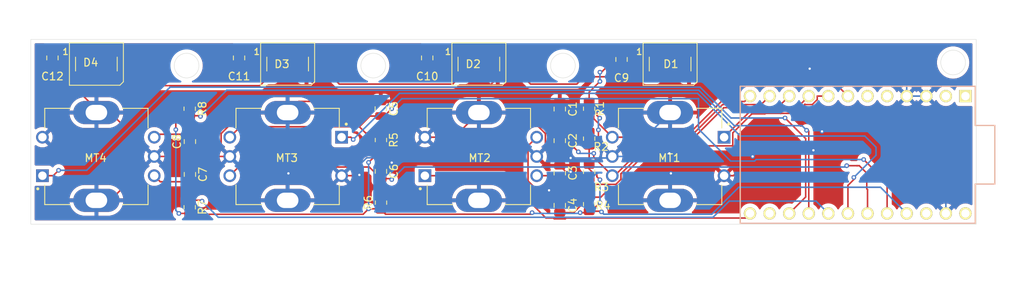
<source format=kicad_pcb>
(kicad_pcb (version 20241229) (generator "pcbnew") (generator_version "9.0")
  (layers (0 "F.Cu" signal) (2 "B.Cu" signal) (13 "F.Paste" user) (15 "B.Paste" user) (5 "F.SilkS" user "F.Silkscreen") (7 "B.SilkS" user "B.Silkscreen") (1 "F.Mask" user) (3 "B.Mask" user) (25 "Edge.Cuts" user))
  (net 0 "")
  (net 7 "A1")
  (net 8 "GND")
  (net 9 "B1")
  (net 10 "A2")
  (net 11 "B2")
  (net 12 "A3")
  (net 13 "B3")
  (net 14 "A4")
  (net 15 "B4")
  (net 16 "SW1")
  (net 17 "SW2")
  (net 18 "SW3")
  (net 19 "SW4")
  (net 20 "+5V")
  (net 22 "Net-(D1-DOUT)")
  (net 23 "RGB_IN")
  (net 24 "Net-(D2-DOUT)")
  (net 25 "Net-(D3-DOUT)")
  (footprint "Capacitor_SMD:C_0805_2012Metric" (layer "F.Cu") (at 88.43 87.333333 -90)
    (property "Reference" "C7" (at 0 -1.68 90) (layer "F.SilkS"))
    (property "Value" ".01uF")
    (pad "1" smd roundrect (at -0.95 0 270) (size 1 1.45) (layers "F.Cu" "F.Mask" "F.Paste") (net 8 "GND"))
    (pad "2" smd roundrect (at 0.95 0 270) (size 1 1.45) (layers "F.Cu" "F.Mask" "F.Paste") (net 14 "A4"))
  )
  (footprint "Capacitor_SMD:C_0805_2012Metric" (layer "F.Cu") (at 113.18 78.8 -90)
    (property "Reference" "C5" (at 0 -1.68 90) (layer "F.SilkS"))
    (property "Value" ".01uF")
    (pad "1" smd roundrect (at -0.95 0 270) (size 1 1.45) (layers "F.Cu" "F.Mask" "F.Paste") (net 8 "GND"))
    (pad "2" smd roundrect (at 0.95 0 270) (size 1 1.45) (layers "F.Cu" "F.Mask" "F.Paste") (net 12 "A3"))
  )
  (footprint "Capacitor_SMD:C_0805_2012Metric" (layer "F.Cu") (at 136.391667 87.15 -90)
    (property "Reference" "C3" (at 0 -1.68 90) (layer "F.SilkS"))
    (property "Value" ".01uF")
    (pad "1" smd roundrect (at -0.95 0 270) (size 1 1.45) (layers "F.Cu" "F.Mask" "F.Paste") (net 8 "GND"))
    (pad "2" smd roundrect (at 0.95 0 270) (size 1 1.45) (layers "F.Cu" "F.Mask" "F.Paste") (net 10 "A2"))
  )
  (footprint "Resistor_SMD:R_0805_2012Metric" (layer "F.Cu") (at 113.2 82.866667 -90)
    (property "Reference" "R5" (at 0 -1.65 90) (layer "F.SilkS"))
    (property "Value" "10k")
    (pad "1" smd roundrect (at -0.9125 0 270) (size 1.025 1.4) (layers "F.Cu" "F.Mask" "F.Paste") (roundrect_rratio 0.243902) (net 12 "A3"))
    (pad "2" smd roundrect (at 0.9125 0 270) (size 1.025 1.4) (layers "F.Cu" "F.Mask" "F.Paste") (roundrect_rratio 0.243902) (net 20 "+5V"))
  )
  (footprint "Capacitor_SMD:C_0805_2012Metric" (layer "F.Cu") (at 113.2 86.933333 -90)
    (property "Reference" "C6" (at 0 -1.68 90) (layer "F.SilkS"))
    (property "Value" ".01uF")
    (pad "1" smd roundrect (at -0.95 0 270) (size 1 1.45) (layers "F.Cu" "F.Mask" "F.Paste") (net 8 "GND"))
    (pad "2" smd roundrect (at 0.95 0 270) (size 1 1.45) (layers "F.Cu" "F.Mask" "F.Paste") (net 13 "B3"))
  )
  (footprint "Capacitor_SMD:C_0805_2012Metric" (layer "F.Cu") (at 88.43 83.066667 90)
    (property "Reference" "C8" (at 0 -1.68 90) (layer "F.SilkS"))
    (property "Value" ".01uF")
    (pad "1" smd roundrect (at -0.95 0 90) (size 1 1.45) (layers "F.Cu" "F.Mask" "F.Paste") (net 8 "GND"))
    (pad "2" smd roundrect (at 0.95 0 90) (size 1 1.45) (layers "F.Cu" "F.Mask" "F.Paste") (net 15 "B4"))
  )
  (footprint "PEC11R_4215F_S0024:XDCR_PEC11R-4215F-S0024" (layer "F.Cu") (at 150.7 85 -90)
    (property "Reference" "MT1" (at 0.2 0.1 180) (layer "F.SilkS"))
    (property "Value" "PEC11R-4215F-S0024")
    (pad "1" thru_hole rect (at -2.5 -7 270) (size 1.65 1.65) (drill 1.1) (layers "*.Cu" "*.Mask") (net 16 "SW1"))
    (pad "2" thru_hole circle (at 2.5 -7 270) (size 1.65 1.65) (drill 1.1) (layers "*.Cu" "*.Mask") (net 8 "GND"))
    (pad "A" thru_hole circle (at -2.5 7.5 270) (size 1.65 1.65) (drill 1.1) (layers "*.Cu" "*.Mask") (net 7 "A1"))
    (pad "B" thru_hole circle (at 2.5 7.5 270) (size 1.65 1.65) (drill 1.1) (layers "*.Cu" "*.Mask") (net 9 "B1"))
    (pad "COM" thru_hole circle (at 0 7.5 270) (size 1.65 1.65) (drill 1.1) (layers "*.Cu" "*.Mask") (net 8 "GND"))
    (pad "S1" thru_hole oval (at -5.7 0 270) (size 3 6) (drill oval 2 2.8) (layers "*.Cu" "*.Mask") (net 8 "GND"))
    (pad "S2" thru_hole oval (at 5.7 0 270) (size 3 6) (drill oval 2 2.8) (layers "*.Cu" "*.Mask") (net 8 "GND"))
  )
  (footprint "PEC11R_4215F_S0024:XDCR_PEC11R-4215F-S0024" (layer "F.Cu") (at 101.1 85 -90)
    (property "Reference" "MT3" (at 0.2 0.1 180) (layer "F.SilkS"))
    (property "Value" "PEC11R-4215F-S0024")
    (pad "1" thru_hole rect (at -2.5 -7 270) (size 1.65 1.65) (drill 1.1) (layers "*.Cu" "*.Mask") (net 18 "SW3"))
    (pad "2" thru_hole circle (at 2.5 -7 270) (size 1.65 1.65) (drill 1.1) (layers "*.Cu" "*.Mask") (net 8 "GND"))
    (pad "A" thru_hole circle (at -2.5 7.5 270) (size 1.65 1.65) (drill 1.1) (layers "*.Cu" "*.Mask") (net 12 "A3"))
    (pad "B" thru_hole circle (at 2.5 7.5 270) (size 1.65 1.65) (drill 1.1) (layers "*.Cu" "*.Mask") (net 13 "B3"))
    (pad "COM" thru_hole circle (at 0 7.5 270) (size 1.65 1.65) (drill 1.1) (layers "*.Cu" "*.Mask") (net 8 "GND"))
    (pad "S1" thru_hole oval (at -5.7 0 270) (size 3 6) (drill oval 2 2.8) (layers "*.Cu" "*.Mask") (net 8 "GND"))
    (pad "S2" thru_hole oval (at 5.7 0 270) (size 3 6) (drill oval 2 2.8) (layers "*.Cu" "*.Mask") (net 8 "GND"))
  )
  (footprint "Capacitor_SMD:C_0805_2012Metric" (layer "F.Cu") (at 136.391667 78.841667 -90)
    (property "Reference" "C1" (at 0 -1.68 90) (layer "F.SilkS"))
    (property "Value" ".01uF")
    (pad "1" smd roundrect (at -0.95 0 270) (size 1 1.45) (layers "F.Cu" "F.Mask" "F.Paste") (net 8 "GND"))
    (pad "2" smd roundrect (at 0.95 0 270) (size 1 1.45) (layers "F.Cu" "F.Mask" "F.Paste") (net 7 "A1"))
  )
  (footprint "Capacitor_SMD:C_0805_2012Metric" (layer "F.Cu") (at 136.391667 82.95 -90)
    (property "Reference" "C2" (at 0 -1.68 90) (layer "F.SilkS"))
    (property "Value" ".01uF")
    (pad "1" smd roundrect (at -0.95 0 270) (size 1 1.45) (layers "F.Cu" "F.Mask" "F.Paste") (net 8 "GND"))
    (pad "2" smd roundrect (at 0.95 0 270) (size 1 1.45) (layers "F.Cu" "F.Mask" "F.Paste") (net 9 "B1"))
  )
  (footprint "Capacitor_SMD:C_0805_2012Metric" (layer "F.Cu") (at 94.8 72.2 -90)
    (property "Reference" "C11" (at 2.4 0 180) (layer "F.SilkS"))
    (property "Value" ".01uF")
    (pad "1" smd roundrect (at -0.95 0 270) (size 1 1.45) (layers "F.Cu" "F.Mask" "F.Paste") (net 20 "+5V"))
    (pad "2" smd roundrect (at 0.95 0 270) (size 1 1.45) (layers "F.Cu" "F.Mask" "F.Paste") (net 8 "GND"))
  )
  (footprint "ProMicroKiCad-master:ProMicro" (layer "F.Cu") (at 175.03 84.78 180)
    (property "Reference" "U1" (hide yes))
    (property "Value" "ProMicro")
    (pad "1" thru_hole rect (at -13.97 7.62 180) (size 1.6 1.6) (drill 1.1) (layers "*.Cu" "*.Mask" "F.SilkS"))
    (pad "2" thru_hole circle (at -11.43 7.62 180) (size 1.6 1.6) (drill 1.1) (layers "*.Cu" "*.Mask" "F.SilkS"))
    (pad "3" thru_hole circle (at -8.89 7.62 180) (size 1.6 1.6) (drill 1.1) (layers "*.Cu" "*.Mask" "F.SilkS") (net 8 "GND"))
    (pad "4" thru_hole circle (at -6.35 7.62 180) (size 1.6 1.6) (drill 1.1) (layers "*.Cu" "*.Mask" "F.SilkS") (net 8 "GND"))
    (pad "5" thru_hole circle (at -3.81 7.62 180) (size 1.6 1.6) (drill 1.1) (layers "*.Cu" "*.Mask" "F.SilkS"))
    (pad "6" thru_hole circle (at -1.27 7.62 180) (size 1.6 1.6) (drill 1.1) (layers "*.Cu" "*.Mask" "F.SilkS"))
    (pad "7" thru_hole circle (at 1.27 7.62 180) (size 1.6 1.6) (drill 1.1) (layers "*.Cu" "*.Mask" "F.SilkS") (net 23 "RGB_IN"))
    (pad "8" thru_hole circle (at 3.81 7.62 180) (size 1.6 1.6) (drill 1.1) (layers "*.Cu" "*.Mask" "F.SilkS") (net 11 "B2"))
    (pad "9" thru_hole circle (at 6.35 7.62 180) (size 1.6 1.6) (drill 1.1) (layers "*.Cu" "*.Mask" "F.SilkS") (net 16 "SW1"))
    (pad "10" thru_hole circle (at 8.89 7.62 180) (size 1.6 1.6) (drill 1.1) (layers "*.Cu" "*.Mask" "F.SilkS") (net 10 "A2"))
    (pad "11" thru_hole circle (at 11.43 7.62 180) (size 1.6 1.6) (drill 1.1) (layers "*.Cu" "*.Mask" "F.SilkS") (net 9 "B1"))
    (pad "12" thru_hole circle (at 13.97 7.62 180) (size 1.6 1.6) (drill 1.1) (layers "*.Cu" "*.Mask" "F.SilkS") (net 7 "A1"))
    (pad "13" thru_hole circle (at 13.97 -7.62 180) (size 1.6 1.6) (drill 1.1) (layers "*.Cu" "*.Mask" "F.SilkS") (net 17 "SW2"))
    (pad "14" thru_hole circle (at 11.43 -7.62 180) (size 1.6 1.6) (drill 1.1) (layers "*.Cu" "*.Mask" "F.SilkS"))
    (pad "15" thru_hole circle (at 8.89 -7.62 180) (size 1.6 1.6) (drill 1.1) (layers "*.Cu" "*.Mask" "F.SilkS") (net 19 "SW4"))
    (pad "16" thru_hole circle (at 6.35 -7.62 180) (size 1.6 1.6) (drill 1.1) (layers "*.Cu" "*.Mask" "F.SilkS") (net 15 "B4"))
    (pad "17" thru_hole circle (at 3.81 -7.62 180) (size 1.6 1.6) (drill 1.1) (layers "*.Cu" "*.Mask" "F.SilkS") (net 14 "A4"))
    (pad "18" thru_hole circle (at 1.27 -7.62 180) (size 1.6 1.6) (drill 1.1) (layers "*.Cu" "*.Mask" "F.SilkS") (net 18 "SW3"))
    (pad "19" thru_hole circle (at -1.27 -7.62 180) (size 1.6 1.6) (drill 1.1) (layers "*.Cu" "*.Mask" "F.SilkS") (net 13 "B3"))
    (pad "20" thru_hole circle (at -3.81 -7.62 180) (size 1.6 1.6) (drill 1.1) (layers "*.Cu" "*.Mask" "F.SilkS") (net 12 "A3"))
    (pad "21" thru_hole circle (at -6.35 -7.62 180) (size 1.6 1.6) (drill 1.1) (layers "*.Cu" "*.Mask" "F.SilkS") (net 20 "+5V"))
    (pad "22" thru_hole circle (at -8.89 -7.62 180) (size 1.6 1.6) (drill 1.1) (layers "*.Cu" "*.Mask" "F.SilkS"))
    (pad "23" thru_hole circle (at -11.43 -7.62 180) (size 1.6 1.6) (drill 1.1) (layers "*.Cu" "*.Mask" "F.SilkS") (net 8 "GND"))
    (pad "24" thru_hole circle (at -13.97 -7.62 180) (size 1.6 1.6) (drill 1.1) (layers "*.Cu" "*.Mask" "F.SilkS"))
  )
  (footprint "Resistor_SMD:R_0805_2012Metric" (layer "F.Cu") (at 113.21 91 90)
    (property "Reference" "R6" (at 0 -1.65 90) (layer "F.SilkS"))
    (property "Value" "10k")
    (pad "1" smd roundrect (at -0.9125 0 90) (size 1.025 1.4) (layers "F.Cu" "F.Mask" "F.Paste") (roundrect_rratio 0.243902) (net 20 "+5V"))
    (pad "2" smd roundrect (at 0.9125 0 90) (size 1.025 1.4) (layers "F.Cu" "F.Mask" "F.Paste") (roundrect_rratio 0.243902) (net 13 "B3"))
  )
  (footprint "Capacitor_SMD:C_0805_2012Metric" (layer "F.Cu") (at 70.6 72.2 -90)
    (property "Reference" "C12" (at 2.4 0 180) (layer "F.SilkS"))
    (property "Value" ".01uF")
    (pad "1" smd roundrect (at -0.95 0 270) (size 1 1.45) (layers "F.Cu" "F.Mask" "F.Paste") (net 20 "+5V"))
    (pad "2" smd roundrect (at 0.95 0 270) (size 1 1.45) (layers "F.Cu" "F.Mask" "F.Paste") (net 8 "GND"))
  )
  (footprint "Capacitor_SMD:C_0805_2012Metric" (layer "F.Cu") (at 119.2 72.2 -90)
    (property "Reference" "C10" (at 2.4 0 180) (layer "F.SilkS"))
    (property "Value" ".01uF")
    (pad "1" smd roundrect (at -0.95 0 270) (size 1 1.45) (layers "F.Cu" "F.Mask" "F.Paste") (net 20 "+5V"))
    (pad "2" smd roundrect (at 0.95 0 270) (size 1 1.45) (layers "F.Cu" "F.Mask" "F.Paste") (net 8 "GND"))
  )
  (footprint "LED_SMD:LED_WS2812B_PLCC4_5.0x5.0mm_P3.2mm" (layer "F.Cu") (at 150.7 73)
    (property "Reference" "D1" (at 0.1 0 0) (layer "F.SilkS"))
    (property "Value" "WS2812B")
    (fp_text user "1" (at -4 -1.6 0) (layer "F.SilkS") (effects (font (size 0.8 0.8))))
    (pad "1" smd roundrect (at -2.45 -1.65) (size 1.5 0.9) (layers "F.Cu" "F.Mask" "F.Paste") (roundrect_rratio 0.1) (net 20 "+5V"))
    (pad "2" smd roundrect (at -2.45 1.65) (size 1.5 0.9) (layers "F.Cu" "F.Mask" "F.Paste") (roundrect_rratio 0.1) (net 22 "Net-(D1-DOUT)"))
    (pad "3" smd roundrect (at 2.45 1.65) (size 1.5 0.9) (layers "F.Cu" "F.Mask" "F.Paste") (roundrect_rratio 0.1) (net 8 "GND"))
    (pad "4" smd roundrect (at 2.45 -1.65) (size 1.5 0.9) (layers "F.Cu" "F.Mask" "F.Paste") (roundrect_rratio 0.1) (net 23 "RGB_IN"))
  )
  (footprint "Resistor_SMD:R_0805_2012Metric" (layer "F.Cu") (at 140.2 87 90)
    (property "Reference" "R3" (at -2 1.6 180) (layer "F.SilkS"))
    (property "Value" "10k")
    (pad "1" smd roundrect (at -0.9125 0 90) (size 1.025 1.4) (layers "F.Cu" "F.Mask" "F.Paste") (roundrect_rratio 0.243902) (net 10 "A2"))
    (pad "2" smd roundrect (at 0.9125 0 90) (size 1.025 1.4) (layers "F.Cu" "F.Mask" "F.Paste") (roundrect_rratio 0.243902) (net 20 "+5V"))
  )
  (footprint "Capacitor_SMD:C_0805_2012Metric" (layer "F.Cu") (at 144.4 72.4 -90)
    (property "Reference" "C9" (at 2.4 0 180) (layer "F.SilkS"))
    (property "Value" ".01uF")
    (pad "1" smd roundrect (at -0.95 0 270) (size 1 1.45) (layers "F.Cu" "F.Mask" "F.Paste") (net 20 "+5V"))
    (pad "2" smd roundrect (at 0.95 0 270) (size 1 1.45) (layers "F.Cu" "F.Mask" "F.Paste") (net 8 "GND"))
  )
  (footprint "LED_SMD:LED_WS2812B_PLCC4_5.0x5.0mm_P3.2mm" (layer "F.Cu") (at 125.9 73)
    (property "Reference" "D2" (at -0.738095 0 0) (layer "F.SilkS"))
    (property "Value" "WS2812B")
    (fp_text user "1" (at -4 -1.6 0) (layer "F.SilkS") (effects (font (size 0.8 0.8))))
    (pad "1" smd roundrect (at -2.45 -1.65) (size 1.5 0.9) (layers "F.Cu" "F.Mask" "F.Paste") (roundrect_rratio 0.1) (net 20 "+5V"))
    (pad "2" smd roundrect (at -2.45 1.65) (size 1.5 0.9) (layers "F.Cu" "F.Mask" "F.Paste") (roundrect_rratio 0.1) (net 24 "Net-(D2-DOUT)"))
    (pad "3" smd roundrect (at 2.45 1.65) (size 1.5 0.9) (layers "F.Cu" "F.Mask" "F.Paste") (roundrect_rratio 0.1) (net 8 "GND"))
    (pad "4" smd roundrect (at 2.45 -1.65) (size 1.5 0.9) (layers "F.Cu" "F.Mask" "F.Paste") (roundrect_rratio 0.1) (net 22 "Net-(D1-DOUT)"))
  )
  (footprint "LED_SMD:LED_WS2812B_PLCC4_5.0x5.0mm_P3.2mm" (layer "F.Cu") (at 76.3 73)
    (property "Reference" "D4" (at -0.738095 -0.2 0) (layer "F.SilkS"))
    (property "Value" "WS2812B")
    (fp_text user "1" (at -4 -1.6 0) (layer "F.SilkS") (effects (font (size 0.8 0.8))))
    (pad "1" smd roundrect (at -2.45 -1.65) (size 1.5 0.9) (layers "F.Cu" "F.Mask" "F.Paste") (roundrect_rratio 0.1) (net 20 "+5V"))
    (pad "2" smd roundrect (at -2.45 1.65) (size 1.5 0.9) (layers "F.Cu" "F.Mask" "F.Paste") (roundrect_rratio 0.1))
    (pad "3" smd roundrect (at 2.45 1.65) (size 1.5 0.9) (layers "F.Cu" "F.Mask" "F.Paste") (roundrect_rratio 0.1) (net 8 "GND"))
    (pad "4" smd roundrect (at 2.45 -1.65) (size 1.5 0.9) (layers "F.Cu" "F.Mask" "F.Paste") (roundrect_rratio 0.1) (net 25 "Net-(D3-DOUT)"))
  )
  (footprint "Resistor_SMD:R_0805_2012Metric" (layer "F.Cu") (at 140.2 82.6875 90)
    (property "Reference" "R2" (at -1.056705 1.540084 180) (layer "F.SilkS"))
    (property "Value" "10k")
    (pad "1" smd roundrect (at -0.9125 0 90) (size 1.025 1.4) (layers "F.Cu" "F.Mask" "F.Paste") (roundrect_rratio 0.243902) (net 20 "+5V"))
    (pad "2" smd roundrect (at 0.9125 0 90) (size 1.025 1.4) (layers "F.Cu" "F.Mask" "F.Paste") (roundrect_rratio 0.243902) (net 9 "B1"))
  )
  (footprint "Resistor_SMD:R_0805_2012Metric" (layer "F.Cu") (at 140.2 78.8 90)
    (property "Reference" "R1" (at 0 1.4 90) (layer "F.SilkS"))
    (property "Value" "10k")
    (pad "1" smd roundrect (at -0.9125 0 90) (size 1.025 1.4) (layers "F.Cu" "F.Mask" "F.Paste") (roundrect_rratio 0.243902) (net 7 "A1"))
    (pad "2" smd roundrect (at 0.9125 0 90) (size 1.025 1.4) (layers "F.Cu" "F.Mask" "F.Paste") (roundrect_rratio 0.243902) (net 20 "+5V"))
  )
  (footprint "Resistor_SMD:R_0805_2012Metric" (layer "F.Cu") (at 88.4 78.8 -90)
    (property "Reference" "R8" (at 0 -1.65 90) (layer "F.SilkS"))
    (property "Value" "10k")
    (pad "1" smd roundrect (at -0.9125 0 270) (size 1.025 1.4) (layers "F.Cu" "F.Mask" "F.Paste") (roundrect_rratio 0.243902) (net 20 "+5V"))
    (pad "2" smd roundrect (at 0.9125 0 270) (size 1.025 1.4) (layers "F.Cu" "F.Mask" "F.Paste") (roundrect_rratio 0.243902) (net 15 "B4"))
  )
  (footprint "PEC11R_4215F_S0024:XDCR_PEC11R-4215F-S0024" (layer "F.Cu") (at 125.9 85 90)
    (property "Reference" "MT2" (at -0.2 0.1 180) (layer "F.SilkS"))
    (property "Value" "PEC11R-4215F-S0024")
    (pad "1" thru_hole rect (at -2.5 -7 90) (size 1.65 1.65) (drill 1.1) (layers "*.Cu" "*.Mask") (net 17 "SW2"))
    (pad "2" thru_hole circle (at 2.5 -7 90) (size 1.65 1.65) (drill 1.1) (layers "*.Cu" "*.Mask") (net 8 "GND"))
    (pad "A" thru_hole circle (at -2.5 7.5 90) (size 1.65 1.65) (drill 1.1) (layers "*.Cu" "*.Mask") (net 10 "A2"))
    (pad "B" thru_hole circle (at 2.5 7.5 90) (size 1.65 1.65) (drill 1.1) (layers "*.Cu" "*.Mask") (net 11 "B2"))
    (pad "COM" thru_hole circle (at 0 7.5 90) (size 1.65 1.65) (drill 1.1) (layers "*.Cu" "*.Mask") (net 8 "GND"))
    (pad "S1" thru_hole oval (at -5.7 0 90) (size 3 6) (drill oval 2 2.8) (layers "*.Cu" "*.Mask") (net 8 "GND"))
    (pad "S2" thru_hole oval (at 5.7 0 90) (size 3 6) (drill oval 2 2.8) (layers "*.Cu" "*.Mask") (net 8 "GND"))
  )
  (footprint "Capacitor_SMD:C_0805_2012Metric" (layer "F.Cu") (at 136.391667 91.35 -90)
    (property "Reference" "C4" (at 0 -1.68 90) (layer "F.SilkS"))
    (property "Value" ".01uF")
    (pad "1" smd roundrect (at -0.95 0 270) (size 1 1.45) (layers "F.Cu" "F.Mask" "F.Paste") (net 8 "GND"))
    (pad "2" smd roundrect (at 0.95 0 270) (size 1 1.45) (layers "F.Cu" "F.Mask" "F.Paste") (net 11 "B2"))
  )
  (footprint "Resistor_SMD:R_0805_2012Metric" (layer "F.Cu") (at 88.4 91.6 -90)
    (property "Reference" "R7" (at 0 -1.65 90) (layer "F.SilkS"))
    (property "Value" "10k")
    (pad "1" smd roundrect (at -0.9125 0 270) (size 1.025 1.4) (layers "F.Cu" "F.Mask" "F.Paste") (roundrect_rratio 0.243902) (net 14 "A4"))
    (pad "2" smd roundrect (at 0.9125 0 270) (size 1.025 1.4) (layers "F.Cu" "F.Mask" "F.Paste") (roundrect_rratio 0.243902) (net 20 "+5V"))
  )
  (footprint "Resistor_SMD:R_0805_2012Metric" (layer "F.Cu") (at 140.2 91.2 90)
    (property "Reference" "R4" (at -0.2 1.8 0) (layer "F.SilkS"))
    (property "Value" "10k")
    (pad "1" smd roundrect (at -0.9125 0 90) (size 1.025 1.4) (layers "F.Cu" "F.Mask" "F.Paste") (roundrect_rratio 0.243902) (net 20 "+5V"))
    (pad "2" smd roundrect (at 0.9125 0 90) (size 1.025 1.4) (layers "F.Cu" "F.Mask" "F.Paste") (roundrect_rratio 0.243902) (net 11 "B2"))
  )
  (footprint "PEC11R_4215F_S0024:XDCR_PEC11R-4215F-S0024" (layer "F.Cu") (at 76.3 85 90)
    (property "Reference" "MT4" (at -0.2 -0.1 180) (layer "F.SilkS"))
    (property "Value" "PEC11R-4215F-S0024")
    (pad "1" thru_hole rect (at -2.5 -7 90) (size 1.65 1.65) (drill 1.1) (layers "*.Cu" "*.Mask") (net 19 "SW4"))
    (pad "2" thru_hole circle (at 2.5 -7 90) (size 1.65 1.65) (drill 1.1) (layers "*.Cu" "*.Mask") (net 8 "GND"))
    (pad "A" thru_hole circle (at -2.5 7.5 90) (size 1.65 1.65) (drill 1.1) (layers "*.Cu" "*.Mask") (net 14 "A4"))
    (pad "B" thru_hole circle (at 2.5 7.5 90) (size 1.65 1.65) (drill 1.1) (layers "*.Cu" "*.Mask") (net 15 "B4"))
    (pad "COM" thru_hole circle (at 0 7.5 90) (size 1.65 1.65) (drill 1.1) (layers "*.Cu" "*.Mask") (net 8 "GND"))
    (pad "S1" thru_hole oval (at -5.7 0 90) (size 3 6) (drill oval 2 2.8) (layers "*.Cu" "*.Mask") (net 8 "GND"))
    (pad "S2" thru_hole oval (at 5.7 0 90) (size 3 6) (drill oval 2 2.8) (layers "*.Cu" "*.Mask") (net 8 "GND"))
  )
  (footprint "LED_SMD:LED_WS2812B_PLCC4_5.0x5.0mm_P3.2mm" (layer "F.Cu") (at 101.1 73)
    (property "Reference" "D3" (at -0.738095 0 0) (layer "F.SilkS"))
    (property "Value" "WS2812B")
    (fp_text user "1" (at -4 -1.6 0) (layer "F.SilkS") (effects (font (size 0.8 0.8))))
    (pad "1" smd roundrect (at -2.45 -1.65) (size 1.5 0.9) (layers "F.Cu" "F.Mask" "F.Paste") (roundrect_rratio 0.1) (net 20 "+5V"))
    (pad "2" smd roundrect (at -2.45 1.65) (size 1.5 0.9) (layers "F.Cu" "F.Mask" "F.Paste") (roundrect_rratio 0.1) (net 25 "Net-(D3-DOUT)"))
    (pad "3" smd roundrect (at 2.45 1.65) (size 1.5 0.9) (layers "F.Cu" "F.Mask" "F.Paste") (roundrect_rratio 0.1) (net 8 "GND"))
    (pad "4" smd roundrect (at 2.45 -1.65) (size 1.5 0.9) (layers "F.Cu" "F.Mask" "F.Paste") (roundrect_rratio 0.1) (net 24 "Net-(D2-DOUT)"))
  )
  (gr_circle (center 112.2 73.2) (end 113.8 73.2) (stroke (width 0.05)) (fill no) (layer "Edge.Cuts"))
  (gr_circle (center 136.8 73.2) (end 138.4 73.2) (stroke (width 0.05)) (fill no) (layer "Edge.Cuts"))
  (gr_circle (center 187.4 72.8) (end 189 72.8) (stroke (width 0.05)) (fill no) (layer "Edge.Cuts"))
  (gr_circle (center 88 73.2) (end 89.6 73.2) (stroke (width 0.05)) (fill no) (layer "Edge.Cuts"))
  (gr_rect (start 67.8 69.8) (end 190.4 93.8) (stroke (width 0.05)) (fill no) (layer "Edge.Cuts"))
  (segment (start 140.4125 79.7125) (end 140.2 79.7125) (width 0.2) (layer "F.Cu") (net 7))
  (segment (start 157.34 77.86) (end 160.36 77.86) (width 0.2) (layer "F.Cu") (net 7))
  (segment (start 143.2 82.5) (end 140.4125 79.7125) (width 0.2) (layer "F.Cu") (net 7))
  (segment (start 152.7 82.5) (end 157.34 77.86) (width 0.2) (layer "F.Cu") (net 7))
  (segment (start 140.2 79.7125) (end 136.470834 79.7125) (width 0.2) (layer "F.Cu") (net 7))
  (segment (start 143.2 82.5) (end 152.7 82.5) (width 0.2) (layer "F.Cu") (net 7))
  (segment (start 160.36 77.86) (end 161.06 77.16) (width 0.2) (layer "F.Cu") (net 7))
  (segment (start 136.470834 79.7125) (end 136.391667 79.791667) (width 0.2) (layer "F.Cu") (net 7))
  (segment (start 134.559595 82) (end 134.526 82.033595) (width 0.2) (layer "F.Cu") (net 8))
  (segment (start 125.9 77.2) (end 125.9 79.3) (width 0.2) (layer "F.Cu") (net 8))
  (segment (start 113.383333 85.8) (end 113.2 85.983333) (width 0.2) (layer "F.Cu") (net 8))
  (segment (start 93.6 85) (end 89.813333 85) (width 0.2) (layer "F.Cu") (net 8))
  (segment (start 102.05 73.15) (end 94.8 73.15) (width 0.2) (layer "F.Cu") (net 8))
  (segment (start 136.391667 77.891667) (end 133.529537 80.753797) (width 0.2) (layer "F.Cu") (net 8))
  (segment (start 136 90.4) (end 135 89.4) (width 0.2) (layer "F.Cu") (net 8))
  (segment (start 134.526 82.033595) (end 134.526 83.874) (width 0.2) (layer "F.Cu") (net 8))
  (segment (start 153.15 74.65) (end 151.85 73.35) (width 0.2) (layer "F.Cu") (net 8))
  (segment (start 137.391667 85.2) (end 136.391667 86.2) (width 0.2) (layer "F.Cu") (net 8))
  (segment (start 83.8 85) (end 87.446667 85) (width 0.2) (layer "F.Cu") (net 8))
  (segment (start 114.6 85.8) (end 115.6 85.8) (width 0.2) (layer "F.Cu") (net 8))
  (segment (start 92.474 82.033595) (end 92.474 83.874) (width 0.2) (layer "F.Cu") (net 8))
  (segment (start 108.1 87.5) (end 104.9 90.7) (width 0.2) (layer "F.Cu") (net 8))
  (segment (start 137.8 85.2) (end 137.391667 85.2) (width 0.2) (layer "F.Cu") (net 8))
  (segment (start 76.3 78.85) (end 76.3 79.3) (width 0.2) (layer "F.Cu") (net 8))
  (segment (start 101.1 90.7) (end 101.1 87.3) (width 0.2) (layer "F.Cu") (net 8))
  (segment (start 104.9 90.7) (end 101.1 90.7) (width 0.2) (layer "F.Cu") (net 8))
  (segment (start 133.246203 80.753797) (end 134.526 82.033595) (width 0.2) (layer "F.Cu") (net 8))
  (segment (start 118.9 82.5) (end 122.7 82.5) (width 0.2) (layer "F.Cu") (net 8))
  (segment (start 114.6 85.8) (end 113.383333 85.8) (width 0.2) (layer "F.Cu") (net 8))
  (segment (start 103.55 74.65) (end 102.05 73.15) (width 0.2) (layer "F.Cu") (net 8))
  (segment (start 170.4 81.748) (end 170.4 83.08) (width 0.2) (layer "F.Cu") (net 8))
  (segment (start 76.3 90.7) (end 78.1 90.7) (width 0.2) (layer "F.Cu") (net 8))
  (segment (start 78.75 74.65) (end 76.3 77.1) (width 0.2) (layer "F.Cu") (net 8))
  (segment (start 135.365667 85.174) (end 135.365667 83.026) (width 0.2) (layer "F.Cu") (net 8))
  (segment (start 122.7 82.5) (end 125.9 79.3) (width 0.2) (layer "F.Cu") (net 8))
  (segment (start 136.391667 86.2) (end 135.365667 85.174) (width 0.2) (layer "F.Cu") (net 8))
  (segment (start 78.1 79.3) (end 83.8 85) (width 0.2) (layer "F.Cu") (net 8))
  (segment (start 128.35 74.75) (end 125.9 77.2) (width 0.2) (layer "F.Cu") (net 8))
  (segment (start 167.75 74.65) (end 168.8 73.6) (width 0.2) (layer "F.Cu") (net 8))
  (segment (start 76.3 77.1) (end 76.3 79.3) (width 0.2) (layer "F.Cu") (net 8))
  (segment (start 137.191667 87) (end 136.391667 86.2) (width 0.2) (layer "F.Cu") (net 8))
  (segment (start 101.1 79.3) (end 95.207595 79.3) (width 0.2) (layer "F.Cu") (net 8))
  (segment (start 153.15 74.65) (end 167.75 74.65) (width 0.2) (layer "F.Cu") (net 8))
  (segment (start 69.3 82.5) (end 72.5 79.3) (width 0.2) (layer "F.Cu") (net 8))
  (segment (start 119.2 73.15) (end 126.85 73.15) (width 0.2) (layer "F.Cu") (net 8))
  (segment (start 102.55 77.85) (end 101.1 79.3) (width 0.2) (layer "F.Cu") (net 8))
  (segment (start 72.5 79.3) (end 76.3 79.3) (width 0.2) (layer "F.Cu") (net 8))
  (segment (start 101.1 87.3) (end 101.2 87.2) (width 0.2) (layer "F.Cu") (net 8))
  (segment (start 78.1 90.7) (end 83.8 85) (width 0.2) (layer "F.Cu") (net 8))
  (segment (start 133.529537 80.753797) (end 133.246203 80.753797) (width 0.2) (layer "F.Cu") (net 8))
  (segment (start 151.85 73.35) (end 144.4 73.35) (width 0.2) (layer "F.Cu") (net 8))
  (segment (start 137.8 87) (end 137.191667 87) (width 0.2) (layer "F.Cu") (net 8))
  (segment (start 92.474 83.874) (end 93.6 85) (width 0.2) (layer "F.Cu") (net 8))
  (segment (start 161.4 85) (end 158.9 87.5) (width 0.2) (layer "F.Cu") (net 8))
  (segment (start 113.18 77.85) (end 102.55 77.85) (width 0.2) (layer "F.Cu") (net 8))
  (segment (start 87.446667 85) (end 88.43 84.016667) (width 0.2) (layer "F.Cu") (net 8))
  (segment (start 125.9 79.3) (end 131.792405 79.3) (width 0.2) (layer "F.Cu") (net 8))
  (segment (start 70.6 73.15) (end 76.3 78.85) (width 0.2) (layer "F.Cu") (net 8))
  (segment (start 150.6 87) (end 150.6 84.6) (width 0.2) (layer "F.Cu") (net 8))
  (segment (start 170.4 83.08) (end 169.28 84.2) (width 0.2) (layer "F.Cu") (net 8))
  (segment (start 135.365667 83.026) (end 136.391667 82) (width 0.2) (layer "F.Cu") (net 8))
  (segment (start 106.75 77.85) (end 113.18 77.85) (width 0.2) (layer "F.Cu") (net 8))
  (segment (start 131.792405 79.3) (end 133.246203 80.753797) (width 0.2) (layer "F.Cu") (net 8))
  (segment (start 128.35 74.65) (end 128.35 74.75) (width 0.2) (layer "F.Cu") (net 8))
  (segment (start 103.55 74.65) (end 106.75 77.85) (width 0.2) (layer "F.Cu") (net 8))
  (segment (start 126.85 73.15) (end 128.35 74.65) (width 0.2) (layer "F.Cu") (net 8))
  (segment (start 88.43 86.383333) (end 88.43 84.016667) (width 0.2) (layer "F.Cu") (net 8))
  (segment (start 89.813333 85) (end 88.43 86.383333) (width 0.2) (layer "F.Cu") (net 8))
  (segment (start 150.8 87.2) (end 150.6 87) (width 0.2) (layer "F.Cu") (net 8))
  (segment (start 108.1 87.5) (end 110.3 87.5) (width 0.2) (layer "F.Cu") (net 8))
  (segment (start 134.526 83.874) (end 133.4 85) (width 0.2) (layer "F.Cu") (net 8))
  (segment (start 158.9 87.5) (end 157.7 87.5) (width 0.2) (layer "F.Cu") (net 8))
  (segment (start 115.6 85.8) (end 118.9 82.5) (width 0.2) (layer "F.Cu") (net 8))
  (segment (start 136.391667 90.4) (end 136 90.4) (width 0.2) (layer "F.Cu") (net 8))
  (segment (start 95.207595 79.3) (end 92.474 82.033595) (width 0.2) (layer "F.Cu") (net 8))
  (segment (start 76.3 79.3) (end 78.1 79.3) (width 0.2) (layer "F.Cu") (net 8))
  (segment (start 136.391667 82) (end 134.559595 82) (width 0.2) (layer "F.Cu") (net 8))
  (segment (start 110.3 87.5) (end 110.4 87.4) (width 0.2) (layer "F.Cu") (net 8))
  (via (at 114.6 85.8) (size 0.6) (drill 0.3) (layers "F.Cu" "B.Cu") (net 8))
  (via (at 101.2 87.2) (size 0.6) (drill 0.3) (layers "F.Cu" "B.Cu") (net 8))
  (via (at 170.4 81.748) (size 0.6) (drill 0.3) (layers "F.Cu" "B.Cu") (net 8))
  (via (at 137.8 85.2) (size 0.6) (drill 0.3) (layers "F.Cu" "B.Cu") (net 8))
  (via (at 150.6 84.6) (size 0.6) (drill 0.3) (layers "F.Cu" "B.Cu") (net 8))
  (via (at 137.8 87) (size 0.6) (drill 0.3) (layers "F.Cu" "B.Cu") (net 8))
  (via (at 110.4 87.4) (size 0.6) (drill 0.3) (layers "F.Cu" "B.Cu") (net 8))
  (via (at 135 89.4) (size 0.6) (drill 0.3) (layers "F.Cu" "B.Cu") (net 8))
  (via (at 168.8 73.6) (size 0.6) (drill 0.3) (layers "F.Cu" "B.Cu") (net 8))
  (via (at 150.8 87.2) (size 0.6) (drill 0.3) (layers "F.Cu" "B.Cu") (net 8))
  (via (at 169.28 84.2) (size 0.6) (drill 0.3) (layers "F.Cu" "B.Cu") (net 8))
  (via (at 161.4 85) (size 0.6) (drill 0.3) (layers "F.Cu" "B.Cu") (net 8))
  (segment (start 133.7 90.7) (end 125.9 90.7) (width 0.2) (layer "B.Cu") (net 8))
  (segment (start 150.7 84.5) (end 150.7 79.3) (width 0.2) (layer "B.Cu") (net 8))
  (segment (start 145 85) (end 150.7 79.3) (width 0.2) (layer "B.Cu") (net 8))
  (segment (start 101.2 87.2) (end 101.1 87.1) (width 0.2) (layer "B.Cu") (net 8))
  (segment (start 110.4 86.124057) (end 111.351057 85.173) (width 0.2) (layer "B.Cu") (net 8))
  (segment (start 181.38 75.18) (end 181.38 77.16) (width 0.2) (layer "B.Cu") (net 8))
  (segment (start 137.8 85.2) (end 143 85.2) (width 0.2) (layer "B.Cu") (net 8))
  (segment (start 111.351057 85.173) (end 113.973 85.173) (width 0.2) (layer "B.Cu") (net 8))
  (segment (start 143.2 85) (end 145 85) (width 0.2) (layer "B.Cu") (net 8))
  (segment (start 154.5 90.7) (end 150.7 90.7) (width 0.2) (layer "B.Cu") (net 8))
  (segment (start 150.7 87.3) (end 150.8 87.2) (width 0.2) (layer "B.Cu") (net 8))
  (segment (start 186.46 92.4) (end 186.46 79.7) (width 0.2) (layer "B.Cu") (net 8))
  (segment (start 143 85.2) (end 143.2 85) (width 0.2) (layer "B.Cu") (net 8))
  (segment (start 168.8 73.6) (end 179.8 73.6) (width 0.2) (layer "B.Cu") (net 8))
  (segment (start 110.4 87.4) (end 110.4 86.124057) (width 0.2) (layer "B.Cu") (net 8))
  (segment (start 176.792 81.748) (end 170.4 81.748) (width 0.2) (layer "B.Cu") (net 8))
  (segment (start 101.1 87.1) (end 101.1 79.3) (width 0.2) (layer "B.Cu") (net 8))
  (segment (start 179.8 73.6) (end 181.38 75.18) (width 0.2) (layer "B.Cu") (net 8))
  (segment (start 150.6 84.6) (end 150.7 84.5) (width 0.2) (layer "B.Cu") (net 8))
  (segment (start 183.92 77.16) (end 181.38 77.16) (width 0.2) (layer "B.Cu") (net 8))
  (segment (start 135 89.4) (end 133.7 90.7) (width 0.2) (layer "B.Cu") (net 8))
  (segment (start 137.4 87) (end 137.8 87) (width 0.2) (layer "B.Cu") (net 8))
  (segment (start 157.7 87.5) (end 154.5 90.7) (width 0.2) (layer "B.Cu") (net 8))
  (segment (start 186.46 79.7) (end 183.92 77.16) (width 0.2) (layer "B.Cu") (net 8))
  (segment (start 113.973 85.173) (end 114.6 85.8) (width 0.2) (layer "B.Cu") (net 8))
  (segment (start 169.28 84.2) (end 162.2 84.2) (width 0.2) (layer "B.Cu") (net 8))
  (segment (start 181.38 77.16) (end 176.792 81.748) (width 0.2) (layer "B.Cu") (net 8))
  (segment (start 150.7 90.7) (end 150.7 87.3) (width 0.2) (layer "B.Cu") (net 8))
  (segment (start 135 89.4) (end 137.4 87) (width 0.2) (layer "B.Cu") (net 8))
  (segment (start 162.2 84.2) (end 161.4 85) (width 0.2) (layer "B.Cu") (net 8))
  (segment (start 157.5061 78.261) (end 162.499 78.261) (width 0.2) (layer "F.Cu") (net 9))
  (segment (start 148.10119 82.901) (end 152.8661 82.901) (width 0.2) (layer "F.Cu") (net 9))
  (segment (start 162.499 78.261) (end 163.6 77.16) (width 0.2) (layer "F.Cu") (net 9))
  (segment (start 138.075 83.9) (end 140.2 81.775) (width 0.2) (layer "F.Cu") (net 9))
  (segment (start 143.2 87.5) (end 143.50219 87.5) (width 0.2) (layer "F.Cu") (net 9))
  (segment (start 136.391667 83.9) (end 138.075 83.9) (width 0.2) (layer "F.Cu") (net 9))
  (segment (start 140.8 85.1) (end 140.8 84.6) (width 0.2) (layer "F.Cu") (net 9))
  (segment (start 152.8661 82.901) (end 157.5061 78.261) (width 0.2) (layer "F.Cu") (net 9))
  (segment (start 143.50219 87.5) (end 148.10119 82.901) (width 0.2) (layer "F.Cu") (net 9))
  (segment (start 138.075 83.9) (end 138.3 83.9) (width 0.2) (layer "F.Cu") (net 9))
  (segment (start 143.2 87.5) (end 140.8 85.1) (width 0.2) (layer "F.Cu") (net 9))
  (segment (start 138.3 83.9) (end 138.8 84.4) (width 0.2) (layer "F.Cu") (net 9))
  (via (at 140.8 84.6) (size 0.6) (drill 0.3) (layers "F.Cu" "B.Cu") (net 9))
  (via (at 138.8 84.4) (size 0.6) (drill 0.3) (layers "F.Cu" "B.Cu") (net 9))
  (segment (start 139 84.6) (end 138.8 84.4) (width 0.2) (layer "B.Cu") (net 9))
  (segment (start 140.8 84.6) (end 139 84.6) (width 0.2) (layer "B.Cu") (net 9))
  (segment (start 140.0125 88.1) (end 140.2 87.9125) (width 0.2) (layer "F.Cu") (net 10))
  (segment (start 166.14 77.16) (end 164.7 78.6) (width 0.2) (layer "F.Cu") (net 10))
  (segment (start 143.666405 88.626) (end 140.9135 88.626) (width 0.2) (layer "F.Cu") (net 10))
  (segment (start 133.4 87.5) (end 135.791667 87.5) (width 0.2) (layer "F.Cu") (net 10))
  (segment (start 162.7271 78.6) (end 162.6651 78.662) (width 0.2) (layer "F.Cu") (net 10))
  (segment (start 144.326 87.966405) (end 143.666405 88.626) (width 0.2) (layer "F.Cu") (net 10))
  (segment (start 153.0322 83.302) (end 148.26729 83.302) (width 0.2) (layer "F.Cu") (net 10))
  (segment (start 144.326 87.24329) (end 144.326 87.966405) (width 0.2) (layer "F.Cu") (net 10))
  (segment (start 164.7 78.6) (end 162.7271 78.6) (width 0.2) (layer "F.Cu") (net 10))
  (segment (start 148.26729 83.302) (end 144.326 87.24329) (width 0.2) (layer "F.Cu") (net 10))
  (segment (start 140.9135 88.626) (end 140.2 87.9125) (width 0.2) (layer "F.Cu") (net 10))
  (segment (start 136.391667 88.1) (end 140.0125 88.1) (width 0.2) (layer "F.Cu") (net 10))
  (segment (start 162.6651 78.662) (end 157.6722 78.662) (width 0.2) (layer "F.Cu") (net 10))
  (segment (start 135.791667 87.5) (end 136.391667 88.1) (width 0.2) (layer "F.Cu") (net 10))
  (segment (start 157.6722 78.662) (end 153.0322 83.302) (width 0.2) (layer "F.Cu") (net 10))
  (segment (start 153.1983 83.703) (end 153.2753 83.626) (width 0.2) (layer "F.Cu") (net 11))
  (segment (start 153.2753 83.626) (end 158.826 83.626) (width 0.2) (layer "F.Cu") (net 11))
  (segment (start 168.185025 78.222075) (end 168.22395 78.261) (width 0.2) (layer "F.Cu") (net 11))
  (segment (start 148.43339 83.703) (end 153.1983 83.703) (width 0.2) (layer "F.Cu") (net 11))
  (segment (start 162.9973 79.464) (end 163.0593 79.402) (width 0.2) (layer "F.Cu") (net 11))
  (segment (start 142.973 89.027) (end 143.832505 89.027) (width 0.2) (layer "F.Cu") (net 11))
  (segment (start 169.13605 78.261) (end 169.781 77.61605) (width 0.2) (layer "F.Cu") (net 11))
  (segment (start 144.727 88.132505) (end 144.727 87.40939) (width 0.2) (layer "F.Cu") (net 11))
  (segment (start 165.0322 79.402) (end 165.0332 79.401) (width 0.2) (layer "F.Cu") (net 11))
  (segment (start 143.832505 89.027) (end 144.727 88.132505) (width 0.2) (layer "F.Cu") (net 11))
  (segment (start 138.1875 92.3) (end 140.2 90.2875) (width 0.2) (layer "F.Cu") (net 11))
  (segment (start 158.826 81.9411) (end 161.3031 79.464) (width 0.2) (layer "F.Cu") (net 11))
  (segment (start 163.0593 79.402) (end 165.0322 79.402) (width 0.2) (layer "F.Cu") (net 11))
  (segment (start 167.0061 79.401) (end 168.185025 78.222075) (width 0.2) (layer "F.Cu") (net 11))
  (segment (start 141.7125 90.2875) (end 142.973 89.027) (width 0.2) (layer "F.Cu") (net 11))
  (segment (start 169.781 77.61605) (end 169.781 77.16) (width 0.2) (layer "F.Cu") (net 11))
  (segment (start 132.274 83.626) (end 132.274 88.182333) (width 0.2) (layer "F.Cu") (net 11))
  (segment (start 144.727 87.40939) (end 148.43339 83.703) (width 0.2) (layer "F.Cu") (net 11))
  (segment (start 158.826 83.626) (end 158.826 81.9411) (width 0.2) (layer "F.Cu") (net 11))
  (segment (start 140.2 90.2875) (end 141.7125 90.2875) (width 0.2) (layer "F.Cu") (net 11))
  (segment (start 165.0332 79.401) (end 167.0061 79.401) (width 0.2) (layer "F.Cu") (net 11))
  (segment (start 133.4 82.5) (end 132.274 83.626) (width 0.2) (layer "F.Cu") (net 11))
  (segment (start 168.22395 78.261) (end 169.13605 78.261) (width 0.2) (layer "F.Cu") (net 11))
  (segment (start 132.274 88.182333) (end 136.391667 92.3) (width 0.2) (layer "F.Cu") (net 11))
  (segment (start 169.781 77.16) (end 171.22 77.16) (width 0.2) (layer "F.Cu") (net 11))
  (segment (start 161.3031 79.464) (end 162.9973 79.464) (width 0.2) (layer "F.Cu") (net 11))
  (segment (start 136.391667 92.3) (end 138.1875 92.3) (width 0.2) (layer "F.Cu") (net 11))
  (segment (start 175.8 85.4) (end 178.84 88.44) (width 0.2) (layer "F.Cu") (net 12))
  (segment (start 94.959333 81.140667) (end 110.4 81.140667) (width 0.2) (layer "F.Cu") (net 12))
  (segment (start 111.790667 79.75) (end 113.18 79.75) (width 0.2) (layer "F.Cu") (net 12))
  (segment (start 178.84 88.44) (end 178.84 92.4) (width 0.2) (layer "F.Cu") (net 12))
  (segment (start 113.18 79.75) (end 113.18 81.934167) (width 0.2) (layer "F.Cu") (net 12))
  (segment (start 110.4 81.140667) (end 111.2135 81.954167) (width 0.2) (layer "F.Cu") (net 12))
  (segment (start 93.6 82.5) (end 94.959333 81.140667) (width 0.2) (layer "F.Cu") (net 12))
  (segment (start 110.4 81.140667) (end 111.790667 79.75) (width 0.2) (layer "F.Cu") (net 12))
  (segment (start 113.18 79.75) (end 113.65 79.75) (width 0.2) (layer "F.Cu") (net 12))
  (segment (start 111.2135 81.954167) (end 113.2 81.954167) (width 0.2) (layer "F.Cu") (net 12))
  (segment (start 113.18 81.934167) (end 113.2 81.954167) (width 0.2) (layer "F.Cu") (net 12))
  (segment (start 113.65 79.75) (end 114.6 78.8) (width 0.2) (layer "F.Cu") (net 12))
  (via (at 175.8 85.4) (size 0.6) (drill 0.3) (layers "F.Cu" "B.Cu") (net 12))
  (via (at 114.6 78.8) (size 0.6) (drill 0.3) (layers "F.Cu" "B.Cu") (net 12))
  (segment (start 161.849943 85.4) (end 175.8 85.4) (width 0.2) (layer "B.Cu") (net 12))
  (segment (start 158.549 85.601) (end 161.648943 85.601) (width 0.2) (layer "B.Cu") (net 12))
  (segment (start 161.648943 85.601) (end 161.849943 85.4) (width 0.2) (layer "B.Cu") (net 12))
  (segment (start 154.3839 81.4359) (end 158.549 85.601) (width 0.2) (layer "B.Cu") (net 12))
  (segment (start 114.6 78.8) (end 115.901 77.499) (width 0.2) (layer "B.Cu") (net 12))
  (segment (start 154.3839 77.499) (end 154.3839 81.4359) (width 0.2) (layer "B.Cu") (net 12))
  (segment (start 115.901 77.499) (end 154.3839 77.499) (width 0.2) (layer "B.Cu") (net 12))
  (segment (start 113.21 88.01) (end 113.21 90.0875) (width 0.2) (layer "F.Cu") (net 13))
  (segment (start 113.2 87.883333) (end 111.690667 86.374) (width 0.2) (layer "F.Cu") (net 13))
  (segment (start 176.3 89.3) (end 176.3 92.4) (width 0.2) (layer "F.Cu") (net 13))
  (segment (start 94.726 86.374) (end 93.6 87.5) (width 0.2) (layer "F.Cu") (net 13))
  (segment (start 113.2 87.883333) (end 114.483333 87.883333) (width 0.2) (layer "F.Cu") (net 13))
  (segment (start 176.2 87.1671) (end 176.2 89.2) (width 0.2) (layer "F.Cu") (net 13))
  (segment (start 174.950057 86.2) (end 174.951057 86.201) (width 0.2) (layer "F.Cu") (net 13))
  (segment (start 176.2 89.2) (end 176.3 89.3) (width 0.2) (layer "F.Cu") (net 13))
  (segment (start 174.951057 86.201) (end 175.2339 86.201) (width 0.2) (layer "F.Cu") (net 13))
  (segment (start 173.6 86.2) (end 174.950057 86.2) (width 0.2) (layer "F.Cu") (net 13))
  (segment (start 111.690667 86.374) (end 94.726 86.374) (width 0.2) (layer "F.Cu") (net 13))
  (segment (start 114.483333 87.883333) (end 114.6 88) (width 0.2) (layer "F.Cu") (net 13))
  (segment (start 113.2 87.883333) (end 113.2 88) (width 0.2) (layer "F.Cu") (net 13))
  (segment (start 175.2339 86.201) (end 176.2 87.1671) (width 0.2) (layer "F.Cu") (net 13))
  (segment (start 113.2 88) (end 113.21 88.01) (width 0.2) (layer "F.Cu") (net 13))
  (via (at 114.6 88) (size 0.6) (drill 0.3) (layers "F.Cu" "B.Cu") (net 13))
  (via (at 173.6 86.2) (size 0.6) (drill 0.3) (layers "F.Cu" "B.Cu") (net 13))
  (segment (start 116.226 86.374) (end 114.6 88) (width 0.2) (layer "B.Cu") (net 13))
  (segment (start 173.426 86.374) (end 116.226 86.374) (width 0.2) (layer "B.Cu") (net 13))
  (segment (start 173.6 86.2) (end 173.426 86.374) (width 0.2) (layer "B.Cu") (net 13))
  (segment (start 88.43 88.283333) (end 88.43 90.6575) (width 0.2) (layer "F.Cu") (net 14))
  (segment (start 88.4 90.6875) (end 89.8875 90.6875) (width 0.2) (layer "F.Cu") (net 14))
  (segment (start 88.43 88.283333) (end 84.583333 88.283333) (width 0.2) (layer "F.Cu") (net 14))
  (segment (start 89.8875 90.6875) (end 90 90.8) (width 0.2) (layer "F.Cu") (net 14))
  (segment (start 88.43 90.6575) (end 88.4 90.6875) (width 0.2) (layer "F.Cu") (net 14))
  (segment (start 84.583333 88.283333) (end 83.8 87.5) (width 0.2) (layer "F.Cu") (net 14))
  (via (at 90 90.8) (size 0.6) (drill 0.3) (layers "F.Cu" "B.Cu") (net 14))
  (segment (start 92.102 92.902) (end 156.2651 92.902) (width 0.2) (layer "B.Cu") (net 14))
  (segment (start 156.2651 92.902) (end 158.3671 90.8) (width 0.2) (layer "B.Cu") (net 14))
  (segment (start 169.62 90.8) (end 171.22 92.4) (width 0.2) (layer "B.Cu") (net 14))
  (segment (start 90 90.8) (end 92.102 92.902) (width 0.2) (layer "B.Cu") (net 14))
  (segment (start 158.3671 90.8) (end 169.62 90.8) (width 0.2) (layer "B.Cu") (net 14))
  (segment (start 88.43 82.116667) (end 88.43 79.7425) (width 0.2) (layer "F.Cu") (net 15))
  (segment (start 168.68 81.72) (end 168.68 92.4) (width 0.2) (layer "F.Cu") (net 15))
  (segment (start 88.4 79.7125) (end 89.7125 79.7125) (width 0.2) (layer "F.Cu") (net 15))
  (segment (start 88.43 79.7425) (end 88.4 79.7125) (width 0.2) (layer "F.Cu") (net 15))
  (segment (start 89.7125 79.7125) (end 89.8 79.8) (width 0.2) (layer "F.Cu") (net 15))
  (segment (start 88.43 82.116667) (end 84.183333 82.116667) (width 0.2) (layer "F.Cu") (net 15))
  (segment (start 168.4 81.6) (end 168.56 81.6) (width 0.2) (layer "F.Cu") (net 15))
  (segment (start 84.183333 82.116667) (end 83.8 82.5) (width 0.2) (layer "F.Cu") (net 15))
  (segment (start 168.56 81.6) (end 168.68 81.72) (width 0.2) (layer "F.Cu") (net 15))
  (via (at 168.4 81.6) (size 0.6) (drill 0.3) (layers "F.Cu" "B.Cu") (net 15))
  (via (at 89.8 79.8) (size 0.6) (drill 0.3) (layers "F.Cu" "B.Cu") (net 15))
  (segment (start 89.8 79.8) (end 93.199 76.401) (width 0.2) (layer "B.Cu") (net 15))
  (segment (start 154.4201 76.401) (end 159.0191 81) (width 0.2) (layer "B.Cu") (net 15))
  (segment (start 167.8 81) (end 168.4 81.6) (width 0.2) (layer "B.Cu") (net 15))
  (segment (start 93.199 76.401) (end 154.4201 76.401) (width 0.2) (layer "B.Cu") (net 15))
  (segment (start 159.0191 81) (end 167.8 81) (width 0.2) (layer "B.Cu") (net 15))
  (segment (start 162.8312 79.063) (end 162.8932 79.001) (width 0.2) (layer "F.Cu") (net 16))
  (segment (start 164.8661 79.001) (end 164.8671 79) (width 0.2) (layer "F.Cu") (net 16))
  (segment (start 162.8932 79.001) (end 164.8661 79.001) (width 0.2) (layer "F.Cu") (net 16))
  (segment (start 166.84 79) (end 168.68 77.16) (width 0.2) (layer "F.Cu") (net 16))
  (segment (start 157.7 82.5) (end 161.137 79.063) (width 0.2) (layer "F.Cu") (net 16))
  (segment (start 161.137 79.063) (end 162.8312 79.063) (width 0.2) (layer "F.Cu") (net 16))
  (segment (start 164.8671 79) (end 166.84 79) (width 0.2) (layer "F.Cu") (net 16))
  (segment (start 129.1 87.5) (end 134.6 93) (width 0.2) (layer "F.Cu") (net 17))
  (segment (start 160.46 93) (end 161.06 92.4) (width 0.2) (layer "F.Cu") (net 17))
  (segment (start 135.681507 93.101) (end 137.101827 93.101) (width 0.2) (layer "F.Cu") (net 17))
  (segment (start 135.580507 93) (end 135.681507 93.101) (width 0.2) (layer "F.Cu") (net 17))
  (segment (start 137.202827 93) (end 160.46 93) (width 0.2) (layer "F.Cu") (net 17))
  (segment (start 118.9 87.5) (end 129.1 87.5) (width 0.2) (layer "F.Cu") (net 17))
  (segment (start 137.101827 93.101) (end 137.202827 93) (width 0.2) (layer "F.Cu") (net 17))
  (segment (start 134.6 93) (end 135.580507 93) (width 0.2) (layer "F.Cu") (net 17))
  (segment (start 109.3 82.5) (end 109.6 82.8) (width 0.2) (layer "F.Cu") (net 18))
  (segment (start 174.524971 87.995029) (end 173.76 88.76) (width 0.2) (layer "F.Cu") (net 18))
  (segment (start 108.1 82.5) (end 109.3 82.5) (width 0.2) (layer "F.Cu") (net 18))
  (segment (start 173.76 88.76) (end 173.76 92.4) (width 0.2) (layer "F.Cu") (net 18))
  (segment (start 174.524971 87.724971) (end 174.524971 87.995029) (width 0.2) (layer "F.Cu") (net 18))
  (via (at 109.6 82.8) (size 0.6) (drill 0.3) (layers "F.Cu" "B.Cu") (net 18))
  (via (at 174.524971 87.724971) (size 0.6) (drill 0.3) (layers "F.Cu" "B.Cu") (net 18))
  (segment (start 115.598 76.802) (end 109.6 82.8) (width 0.2) (layer "B.Cu") (net 18))
  (segment (start 177.4 83.8) (end 175.948 82.348) (width 0.2) (layer "B.Cu") (net 18))
  (segment (start 159.8 82.348) (end 154.254 76.802) (width 0.2) (layer "B.Cu") (net 18))
  (segment (start 154.254 76.802) (end 115.598 76.802) (width 0.2) (layer "B.Cu") (net 18))
  (segment (start 177.4 84.849943) (end 177.4 83.8) (width 0.2) (layer "B.Cu") (net 18))
  (segment (start 174.524971 87.724971) (end 177.4 84.849943) (width 0.2) (layer "B.Cu") (net 18))
  (segment (start 175.948 82.348) (end 159.8 82.348) (width 0.2) (layer "B.Cu") (net 18))
  (segment (start 168.279 90.261) (end 168.279 82.68) (width 0.2) (layer "F.Cu") (net 19))
  (segment (start 168.279 82.68) (end 165.6 80.001) (width 0.2) (layer "F.Cu") (net 19))
  (segment (start 69.3 87.5) (end 70.7 87.5) (width 0.2) (layer "F.Cu") (net 19))
  (segment (start 166.14 92.4) (end 168.279 90.261) (width 0.2) (layer "F.Cu") (net 19))
  (segment (start 70.7 87.5) (end 71.4 86.8) (width 0.2) (layer "F.Cu") (net 19))
  (via (at 71.4 86.8) (size 0.6) (drill 0.3) (layers "F.Cu" "B.Cu") (net 19))
  (via (at 165.6 80.001) (size 0.6) (drill 0.3) (layers "F.Cu" "B.Cu") (net 19))
  (segment (start 75.052 86.8) (end 71.4 86.8) (width 0.2) (layer "B.Cu") (net 19))
  (segment (start 158.5872 80.001) (end 154.5862 76) (width 0.2) (layer "B.Cu") (net 19))
  (segment (start 154.5862 76) (end 85.852 76) (width 0.2) (layer "B.Cu") (net 19))
  (segment (start 85.852 76) (end 75.052 86.8) (width 0.2) (layer "B.Cu") (net 19))
  (segment (start 165.6 80.001) (end 158.5872 80.001) (width 0.2) (layer "B.Cu") (net 19))
  (segment (start 140.2 83.6) (end 140.2 86.0875) (width 0.2) (layer "F.Cu") (net 20))
  (segment (start 73.85 71.35) (end 70.7 71.35) (width 0.2) (layer "F.Cu") (net 20))
  (segment (start 141.201 87.627) (end 141.201 87.41484) (width 0.2) (layer "F.Cu") (net 20))
  (segment (start 144.4 71.45) (end 143.549 70.599) (width 0.2) (layer "F.Cu") (net 20))
  (segment (start 94.8 71.25) (end 98.55 71.25) (width 0.2) (layer "F.Cu") (net 20))
  (segment (start 113.2 84.174) (end 111.6 85.774) (width 0.2) (layer "F.Cu") (net 20))
  (segment (start 70.7 71.35) (end 70.6 71.25) (width 0.2) (layer "F.Cu") (net 20))
  (segment (start 123.45 71.35) (end 123.25 71.35) (width 0.2) (layer "F.Cu") (net 20))
  (segment (start 141.6 88.026) (end 141.201 87.627) (width 0.2) (layer "F.Cu") (net 20))
  (segment (start 141.8 74.05) (end 141.6 74.05) (width 0.2) (layer "F.Cu") (net 20))
  (segment (start 111.6 91.8) (end 110.8875 92.5125) (width 0.2) (layer "F.Cu") (net 20))
  (segment (start 86.6 79.6875) (end 86.6 81.516667) (width 0.2) (layer "F.Cu") (net 20))
  (segment (start 123.15 71.25) (end 119.2 71.25) (width 0.2) (layer "F.Cu") (net 20))
  (segment (start 93.95 70.4) (end 94.8 71.25) (width 0.2) (layer "F.Cu") (net 20))
  (segment (start 140.88516 87.099) (end 140.673 87.099) (width 0.2) (layer "F.Cu") (net 20))
  (segment (start 113.21 91.9125) (end 113.7985 92.501) (width 0.2) (layer "F.Cu") (net 20))
  (segment (start 113.0975 91.8) (end 113.21 91.9125) (width 0.2) (layer "F.Cu") (net 20))
  (segment (start 111.6 91.8) (end 113.0975 91.8) (width 0.2) (layer "F.Cu") (net 20))
  (segment (start 141.7125 92.1125) (end 141.8 92.2) (width 0.2) (layer "F.Cu") (net 20))
  (segment (start 140.3125 78.76397) (end 140.3125 78) (width 0.2) (layer "F.Cu") (net 20))
  (segment (start 140.4875 92.1125) (end 141.6 91) (width 0.2) (layer "F.Cu") (net 20))
  (segment (start 140.0105 92.302) (end 140.2 92.1125) (width 0.2) (layer "F.Cu") (net 20))
  (segment (start 88.4 77.8875) (end 86.6 79.6875) (width 0.2) (layer "F.Cu") (net 20))
  (segment (start 140.88516 78.899) (end 140.44753 78.899) (width 0.2) (layer "F.Cu") (net 20))
  (segment (start 113.2 83.779167) (end 113.2 84.174) (width 0.2) (layer "F.Cu") (net 20))
  (segment (start 88.2875 92.4) (end 88.4 92.5125) (width 0.2) (layer "F.Cu") (net 20))
  (segment (start 144.4 71.45) (end 141.8 74.05) (width 0.2) (layer "F.Cu") (net 20))
  (segment (start 98.55 71.25) (end 98.65 71.35) (width 0.2) (layer "F.Cu") (net 20))
  (segment (start 99.6 70.4) (end 98.65 71.35) (width 0.2) (layer "F.Cu") (net 20))
  (segment (start 141.4 82.4) (end 140.2 83.6) (width 0.2) (layer "F.Cu") (net 20))
  (segment (start 140.2 86.626) (end 140.2 86.0875) (width 0.2) (layer "F.Cu") (net 20))
  (segment (start 144.5 71.35) (end 144.4 71.45) (width 0.2) (layer "F.Cu") (net 20))
  (segment (start 110.8875 92.5125) (end 88.4 92.5125) (width 0.2) (layer "F.Cu") (net 20))
  (segment (start 141.201 87.41484) (end 140.88516 87.099) (width 0.2) (layer "F.Cu") (net 20))
  (segment (start 123.25 71.35) (end 123.15 71.25) (width 0.2) (layer "F.Cu") (net 20))
  (segment (start 141.201 79.21484) (end 140.88516 78.899) (width 0.2) (layer "F.Cu") (net 20))
  (segment (start 148.25 71.35) (end 144.5 71.35) (width 0.2) (layer "F.Cu") (net 20))
  (segment (start 140.2 92.1125) (end 140.4875 92.1125) (width 0.2) (layer "F.Cu") (net 20))
  (segment (start 140.2 76.65) (end 140.2 77.8875) (width 0.2) (layer "F.Cu") (net 20))
  (segment (start 141.4 81.548528) (end 141.4 82.4) (width 0.2) (layer "F.Cu") (net 20))
  (segment (start 74.8 70.4) (end 93.95 70.4) (width 0.2) (layer "F.Cu") (net 20))
  (segment (start 141.574265 80.025735) (end 141.201 79.65247) (width 0.2) (layer "F.Cu") (net 20))
  (segment (start 124.201 70.599) (end 123.45 71.35) (width 0.2) (layer "F.Cu") (net 20))
  (segment (start 119.2 71.25) (end 118.35 70.4) (width 0.2) (layer "F.Cu") (net 20))
  (segment (start 139.034027 92.302) (end 140.0105 92.302) (width 0.2) (layer "F.Cu") (net 20))
  (segment (start 140.673 87.099) (end 140.2 86.626) (width 0.2) (layer "F.Cu") (net 20))
  (segment (start 141.201 79.65247) (end 141.201 79.21484) (width 0.2) (layer "F.Cu") (net 20))
  (segment (start 73.85 71.35) (end 74.8 70.4) (width 0.2) (layer "F.Cu") (net 20))
  (segment (start 113.7985 92.501) (end 132.601 92.501) (width 0.2) (layer "F.Cu") (net 20))
  (segment (start 143.549 70.599) (end 124.201 70.599) (width 0.2) (layer "F.Cu") (net 20))
  (segment (start 118.35 70.4) (end 99.6 70.4) (width 0.2) (layer "F.Cu") (net 20))
  (segment (start 87 92.4) (end 88.2875 92.4) (width 0.2) (layer "F.Cu") (net 20))
  (segment (start 141.6 75.25) (end 140.2 76.65) (width 0.2) (layer "F.Cu") (net 20))
  (segment (start 140.44753 78.899) (end 140.3125 78.76397) (width 0.2) (layer "F.Cu") (net 20))
  (segment (start 140.2 92.1125) (end 141.7125 92.1125) (width 0.2) (layer "F.Cu") (net 20))
  (segment (start 140.3125 78) (end 140.2 77.8875) (width 0.2) (layer "F.Cu") (net 20))
  (segment (start 132.601 92.501) (end 132.8 92.302) (width 0.2) (layer "F.Cu") (net 20))
  (via (at 132.8 92.302) (size 0.6) (drill 0.3) (layers "F.Cu" "B.Cu") (net 20))
  (via (at 111.6 85.774) (size 0.6) (drill 0.3) (layers "F.Cu" "B.Cu") (net 20))
  (via (at 86.6 81.516667) (size 0.6) (drill 0.3) (layers "F.Cu" "B.Cu") (net 20))
  (via (at 141.6 91) (size 0.6) (drill 0.3) (layers "F.Cu" "B.Cu") (net 20))
  (via (at 141.4 81.548528) (size 0.6) (drill 0.3) (layers "F.Cu" "B.Cu") (net 20))
  (via (at 141.8 92.2) (size 0.6) (drill 0.3) (layers "F.Cu" "B.Cu") (net 20))
  (via (at 141.6 74.05) (size 0.6) (drill 0.3) (layers "F.Cu" "B.Cu") (net 20))
  (via (at 141.574265 80.025735) (size 0.6) (drill 0.3) (layers "F.Cu" "B.Cu") (net 20))
  (via (at 111.6 91.8) (size 0.6) (drill 0.3) (layers "F.Cu" "B.Cu") (net 20))
  (via (at 139.034027 92.302) (size 0.6) (drill 0.3) (layers "F.Cu" "B.Cu") (net 20))
  (via (at 141.6 88.026) (size 0.6) (drill 0.3) (layers "F.Cu" "B.Cu") (net 20))
  (via (at 141.6 75.25) (size 0.6) (drill 0.3) (layers "F.Cu" "B.Cu") (net 20))
  (via (at 87 92.4) (size 0.6) (drill 0.3) (layers "F.Cu" "B.Cu") (net 20))
  (segment (start 86.6 92) (end 87 92.4) (width 0.2) (layer "B.Cu") (net 20))
  (segment (start 132.8 92.302) (end 132.898 92.4) (width 0.2) (layer "B.Cu") (net 20))
  (segment (start 141.8 92.2) (end 142.101 92.501) (width 0.2) (layer "B.Cu") (net 20))
  (segment (start 86.6 81.516667) (end 86.6 92) (width 0.2) (layer "B.Cu") (net 20))
  (segment (start 141.4 80.2) (end 141.574265 80.025735) (width 0.2) (layer "B.Cu") (net 20))
  (segment (start 141.6 74.05) (end 141.6 75.25) (width 0.2) (layer "B.Cu") (net 20))
  (segment (start 177.98 89) (end 181.38 92.4) (width 0.2) (layer "B.Cu") (net 20))
  (segment (start 132.898 92.4) (end 138.936027 92.4) (width 0.2) (layer "B.Cu") (net 20))
  (segment (start 159.6 89) (end 177.98 89) (width 0.2) (layer "B.Cu") (net 20))
  (segment (start 138.936027 92.4) (end 139.034027 92.302) (width 0.2) (layer "B.Cu") (net 20))
  (segment (start 156.099 92.501) (end 159.6 89) (width 0.2) (layer "B.Cu") (net 20))
  (segment (start 141.4 81.548528) (end 141.4 80.2) (width 0.2) (layer "B.Cu") (net 20))
  (segment (start 111.6 85.774) (end 111.6 91.8) (width 0.2) (layer "B.Cu") (net 20))
  (segment (start 142.101 92.501) (end 156.099 92.501) (width 0.2) (layer "B.Cu") (net 20))
  (segment (start 141.6 88.026) (end 141.6 91) (width 0.2) (layer "B.Cu") (net 20))
  (segment (start 148.25 74.65) (end 139.55 74.65) (width 0.2) (layer "F.Cu") (net 22))
  (segment (start 139.55 74.65) (end 138.6 75.6) (width 0.2) (layer "F.Cu") (net 22))
  (segment (start 138.6 75.6) (end 132.6 75.6) (width 0.2) (layer "F.Cu") (net 22))
  (segment (start 132.6 75.6) (end 128.35 71.35) (width 0.2) (layer "F.Cu") (net 22))
  (segment (start 148.25 74.65) (end 148.2 74.6) (width 0.2) (layer "F.Cu") (net 22))
  (segment (start 167.95 71.35) (end 173.76 77.16) (width 0.2) (layer "F.Cu") (net 23))
  (segment (start 153.15 71.35) (end 167.95 71.35) (width 0.2) (layer "F.Cu") (net 23))
  (segment (start 123.45 74.65) (end 122.5 75.6) (width 0.2) (layer "F.Cu") (net 24))
  (segment (start 122.5 75.6) (end 107.8 75.6) (width 0.2) (layer "F.Cu") (net 24))
  (segment (start 107.8 75.6) (end 103.55 71.35) (width 0.2) (layer "F.Cu") (net 24))
  (segment (start 97.5 75.8) (end 83.2 75.8) (width 0.2) (layer "F.Cu") (net 25))
  (segment (start 83.2 75.8) (end 78.75 71.35) (width 0.2) (layer "F.Cu") (net 25))
  (segment (start 98.65 74.65) (end 97.5 75.8) (width 0.2) (layer "F.Cu") (net 25))
  (zone (net 8) (net_name "GND") (layers "F.Cu" "B.Cu") (connect_pads (clearance 0.5)) (min_thickness 0.25) (fill yes (thermal_gap 0.5) (thermal_bridge_width 0.5))
    (polygon (pts (xy 196.6 66.8) (xy 64.8 64.8) (xy 63.8 104.6) (xy 196.6 103.4)))
  )
)
</source>
